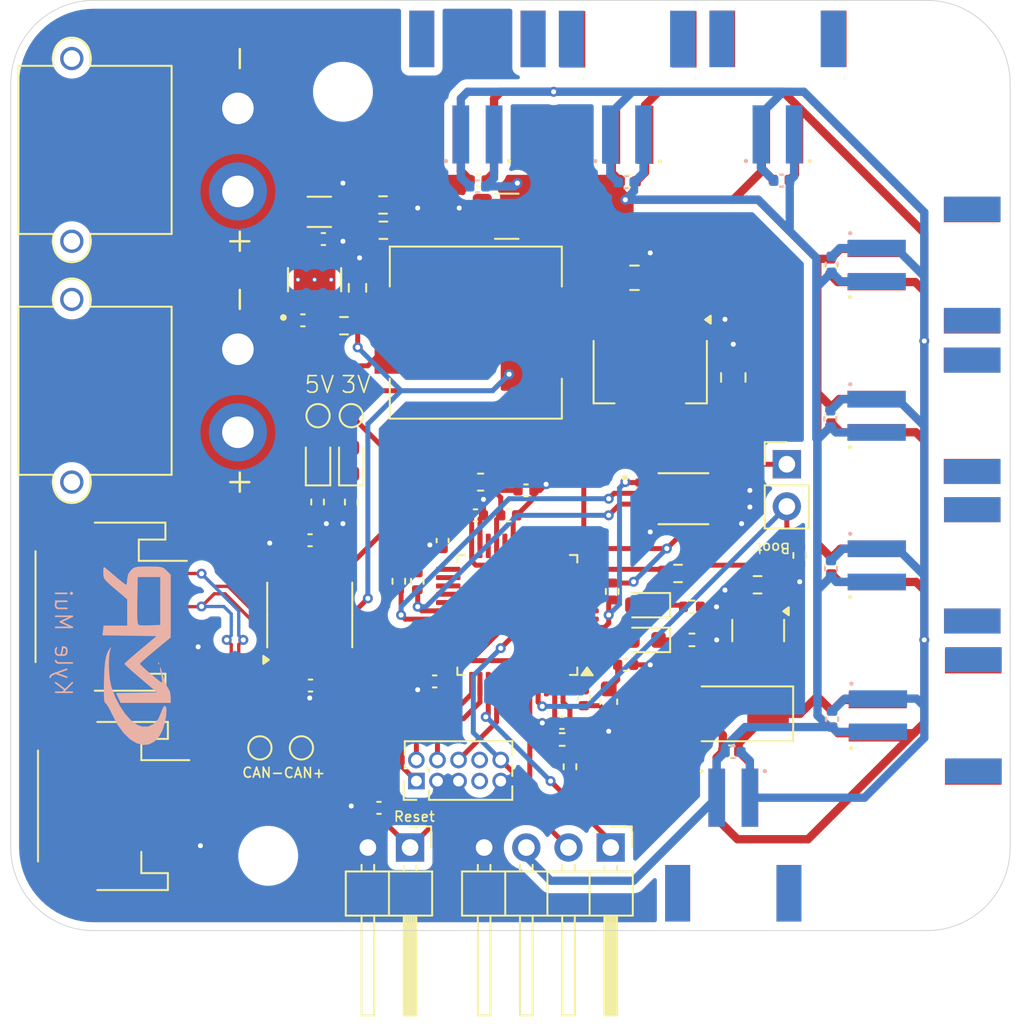
<source format=kicad_pcb>
(kicad_pcb (version 20241229) (generator "pcbnew") (generator_version "9.0")
  (layers (0 "F.Cu" signal) (2 "B.Cu" signal) (13 "F.Paste" user) (15 "B.Paste" user) (5 "F.SilkS" user "F.Silkscreen") (7 "B.SilkS" user "B.Silkscreen") (1 "F.Mask" user) (3 "B.Mask" user) (25 "Edge.Cuts" user))
  (net 0 "")
  (net 1 "+BATT")
  (net 2 "+5V")
  (net 3 "+3.3V")
  (net 4 "Net-(U2-FB)")
  (net 5 "Net-(U2-SW)")
  (net 6 "Net-(U2-BOOT)")
  (net 7 "Net-(D3-A)")
  (net 8 "+3.3VA")
  (net 9 "NREST")
  (net 10 "Net-(D1-K)")
  (net 11 "Net-(D17-K)")
  (net 12 "/MCU/LED1")
  (net 13 "/MCU/LED2")
  (net 14 "Net-(D18-K)")
  (net 16 "SWO")
  (net 18 "/MCU/SWDIO")
  (net 19 "/MCU/SWCLK")
  (net 20 "CAN-")
  (net 21 "CAN+")
  (net 22 "/MCU/BOOT0")
  (net 23 "SDA2")
  (net 24 "SCL2")
  (net 25 "Net-(Q1-G)")
  (net 26 "Fan_On")
  (net 27 "SDA1")
  (net 28 "SCL1")
  (net 29 "Alert")
  (net 52 "GND")
  (net 53 "FDCAN_TX")
  (net 54 "FDCAN_RX")
  (net 55 "Net-(D2-K)")
  (net 56 "Net-(U2-PG)")
  (net 57 "Net-(U2-RT)")
  (footprint "Resistor_SMD:R_0603_1608Metric" (layer "F.Cu") (at 121.935404 57.836492)
    (property "Reference" "R9" (hide yes))
    (property "Value" "100k")
  )
  (footprint "Capacitor_SMD:C_0402_1005Metric" (layer "F.Cu") (at 125.02 85 180)
    (property "Reference" "C12" (hide yes))
    (property "Value" "100n")
  )
  (footprint "Capacitor_SMD:C_0402_1005Metric" (layer "F.Cu") (at 148.904137 78.045627 -90)
    (property "Reference" "C30" (hide yes))
    (property "Value" "100nF")
  )
  (footprint "Resistor_SMD:R_0402_1005Metric" (layer "F.Cu") (at 140.51 80.51 180)
    (property "Reference" "R30" (hide yes))
    (property "Value" "2.2k")
  )
  (footprint "MountingHole:MountingHole_3.2mm_M3" (layer "F.Cu") (at 119.5 49.5)
    (property "Reference" "H2" (hide yes))
    (property "Value" "MountingHole")
  )
  (footprint "Capacitor_SMD:C_0402_1005Metric" (layer "F.Cu") (at 127.48 75)
    (property "Reference" "C13" (hide yes))
    (property "Value" "100n")
  )
  (footprint "S2B_PH_SM4_TB:JST_S2B-PH-SM4-TB" (layer "F.Cu") (at 136.689129 52.090217)
    (property "Reference" "J5" (hide yes))
    (property "Value" "Conn_01x02_Pin")
  )
  (footprint "Connector_PinHeader_2.54mm:PinHeader_1x02_P2.54mm_Horizontal" (layer "F.Cu") (at 123.54 95 -90)
    (property "Reference" "J1" (hide yes))
    (property "Value" "Conn_01x02_Pin")
  )
  (footprint "Capacitor_SMD:C_0402_1005Metric" (layer "F.Cu") (at 125.5 76.52 -90)
    (property "Reference" "C16" (hide yes))
    (property "Value" "1u")
  )
  (footprint "Resistor_SMD:R_0603_1608Metric" (layer "F.Cu") (at 121.913535 56.315383 180)
    (property "Reference" "R13" (hide yes))
    (property "Value" "19.1k")
  )
  (footprint "Package_SO:SOIC-8_3.9x4.9mm_P1.27mm" (layer "F.Cu") (at 117.5 81 90)
    (property "Reference" "U6" (hide yes))
    (property "Value" "TCAN1057AEV-Q1")
  )
  (footprint "Capacitor_SMD:C_0402_1005Metric" (layer "F.Cu") (at 136.676705 54.887493)
    (property "Reference" "C25" (hide yes))
    (property "Value" "100nF")
  )
  (footprint "Resistor_SMD:R_0603_1608Metric" (layer "F.Cu") (at 144.46074 79.182111 180)
    (property "Reference" "R4" (hide yes))
    (property "Value" "100k")
  )
  (footprint "Capacitor_SMD:C_0402_1005Metric" (layer "F.Cu") (at 117.547811 85.247337 180)
    (property "Reference" "C27" (hide yes))
    (property "Value" "100n")
  )
  (footprint "Connector_AMASS:AMASS_XT30PW-M_1x02_P2.50mm_Horizontal" (layer "F.Cu") (at 113.175 50.5 90)
    (property "Reference" "J23" (hide yes))
    (property "Value" "Conn_01x02_Socket")
  )
  (footprint "TMP275AIDGKR:SOP65P490X110-8N" (layer "F.Cu") (at 140 74)
    (property "Reference" "U4" (hide yes))
    (property "Value" "TMP275AIDGKR")
  )
  (footprint "Resistor_SMD:R_0402_1005Metric" (layer "F.Cu") (at 122.862073 78.971454 -90)
    (property "Reference" "R11" (hide yes))
    (property "Value" "5k")
  )
  (footprint "MountingHole:MountingHole_3.2mm_M3" (layer "F.Cu") (at 115 95.5)
    (property "Reference" "H1" (hide yes))
    (property "Value" "MountingHole")
  )
  (footprint "Capacitor_SMD:C_0402_1005Metric" (layer "F.Cu") (at 148.904137 68.959707 -90)
    (property "Reference" "C29" (hide yes))
    (property "Value" "100nF")
  )
  (footprint "Capacitor_SMD:C_0402_1005Metric" (layer "F.Cu") (at 134 85.98 -90)
    (property "Reference" "C9" (hide yes))
    (property "Value" "100n")
  )
  (footprint "Resistor_SMD:R_0402_1005Metric" (layer "F.Cu") (at 123.975436 78.971454 -90)
    (property "Reference" "R12" (hide yes))
    (property "Value" "5k")
  )
  (footprint "Connector_PinHeader_2.54mm:PinHeader_1x04_P2.54mm_Horizontal" (layer "F.Cu") (at 135.62 95 -90)
    (property "Reference" "J24" (hide yes))
    (property "Value" "Conn_01x04_Pin")
  )
  (footprint "S2B_PH_SM4_TB:JST_S2B-PH-SM4-TB" (layer "F.Cu") (at 127.596428 52.069875)
    (property "Reference" "J4" (hide yes))
    (property "Value" "Conn_01x02_Pin")
  )
  (footprint "Resistor_SMD:R_0402_1005Metric" (layer "F.Cu") (at 117.972139 74.197633 -90)
    (property "Reference" "R14" (hide yes))
    (property "Value" "2.2k")
  )
  (footprint "Capacitor_SMD:C_1210_3225Metric" (layer "F.Cu") (at 129.35986 56.993946 180)
    (property "Reference" "C4" (hide yes))
    (property "Value" "47uF")
  )
  (footprint "Capacitor_SMD:C_0402_1005Metric" (layer "F.Cu") (at 130.52 73.5)
    (property "Reference" "C14" (hide yes))
    (property "Value" "10n")
  )
  (footprint "TestPoint:TestPoint_Pad_D1.0mm" (layer "F.Cu") (at 120 69)
    (property "Reference" "TP1" (hide yes))
    (property "Value" "TestPoint" (hide yes))
  )
  (footprint "Connector_JST:JST_PH_S3B-PH-SM4-TB_1x03-1MP_P2.00mm_Horizontal" (layer "F.Cu") (at 105.5 80.5 -90)
    (property "Reference" "J19" (hide yes))
    (property "Value" "Conn_01x03_Socket")
  )
  (footprint "Resistor_SMD:R_0402_1005Metric" (layer "F.Cu") (at 135.709193 79.586178 90)
    (property "Reference" "R10" (hide yes))
    (property "Value" "5k")
  )
  (footprint "Capacitor_SMD:C_0402_1005Metric" (layer "F.Cu") (at 136.52 84)
    (property "Reference" "C11" (hide yes))
    (property "Value" "100n")
  )
  (footprint "Inductor_SMD:L_Vishay_IHLP-4040" (layer "F.Cu") (at 127.5 64)
    (property "Reference" "L1" (hide yes))
    (property "Value" "5.6uH")
  )
  (footprint "Capacitor_SMD:C_0402_1005Metric" (layer "F.Cu") (at 121.667936 92.611827 180)
    (property "Reference" "C17" (hide yes))
    (property "Value" "100n")
  )
  (footprint "Capacitor_SMD:C_0402_1005Metric" (layer "F.Cu") (at 118.321863 58.366643)
    (property "Reference" "C6" (hide yes))
    (property "Value" "100nF")
  )
  (footprint "Diode_SMD:D_SMA" (layer "F.Cu") (at 143.093475 86.949891 180)
    (property "Reference" "D3" (hide yes))
    (property "Value" "SS34")
  )
  (footprint "LMR51450SDRRR:CONV_LMR51450SDRRR" (layer "F.Cu") (at 117.791305 60.814908 90)
    (property "Reference" "U2" (hide yes))
    (property "Value" "LMR51450SDRRR")
  )
  (footprint "Connector_PinHeader_1.27mm:PinHeader_2x05_P1.27mm_Vertical" (layer "F.Cu") (at 123.92 91 90)
    (property "Reference" "J2" (hide yes))
    (property "Value" "Conn_ARM_JTAG_SWD_10")
  )
  (footprint "TestPoint:TestPoint_Pad_D1.0mm" (layer "F.Cu") (at 117 89 -90)
    (property "Reference" "TP3" (hide yes))
    (property "Value" "TestPoint")
  )
  (footprint "LED_SMD:LED_0603_1608Metric" (layer "F.Cu") (at 118 71.7125 90)
    (property "Reference" "D2" (hide yes))
    (property "Value" "RED")
  )
  (footprint "Resistor_SMD:R_0402_1005Metric" (layer "F.Cu") (at 132.695029 88.497334)
    (property "Reference" "R7" (hide yes))
    (property "Value" "5k")
  )
  (footprint "Resistor_SMD:R_0402_1005Metric" (layer "F.Cu") (at 133.168959 90.136994 90)
    (property "Reference" "R8" (hide yes))
    (property "Value" "5k")
  )
  (footprint "LED_SMD:LED_0603_1608Metric" (layer "F.Cu") (at 120 71.7125 90)
    (property "Reference" "D1" (hide yes))
    (property "Value" "RED")
  )
  (footprint "Capacitor_SMD:C_0402_1005Metric" (layer "F.Cu") (at 142.850536 89.21459 180)
    (property "Reference" "C21" (hide yes))
    (property "Value" "100nF")
  )
  (footprint "Connector_JST:JST_PH_S3B-PH-SM4-TB_1x03-1MP_P2.00mm_Horizontal" (layer "F.Cu") (at 105.65 92.5 -90)
    (property "Reference" "J20" (hide yes))
    (property "Value" "Conn_01x03_Socket")
  )
  (footprint "S2B_PH_SM4_TB:JST_S2B-PH-SM4-TB" (layer "F.Cu") (at 151.695613 87.117352 -90)
    (property "Reference" "J10" (hide yes))
    (property "Value" "Conn_01x02_Pin")
  )
  (footprint "Capacitor_SMD:C_0402_1005Metric" (layer "F.Cu") (at 148.940799 87.268625 -90)
    (property "Reference" "C26" (hide yes))
    (property "Value" "100nF")
  )
  (footprint "LED_SMD:LED_0603_1608Metric" (layer "F.Cu") (at 137.7125 82.5 180)
    (property "Reference" "D17" (hide yes))
    (property "Value" "BLUE")
  )
  (footprint "Inductor_SMD:L_0603_1608Metric" (layer "F.Cu") (at 127.7875 73 180)
    (property "Reference" "FB1" (hide yes))
    (property "Value" "120R")
  )
  (footprint "Capacitor_SMD:C_0402_1005Metric" (layer "F.Cu") (at 145.889592 54.812905)
    (property "Reference" "C22" (hide yes))
    (property "Value" "100nF")
  )
  (footprint "Capacitor_SMD:C_0603_1608Metric" (layer "F.Cu") (at 135.5 86.225 -90)
    (property "Reference" "C8" (hide yes))
    (property "Value" "10u")
  )
  (footprint "Resistor_SMD:R_0603_1608Metric" (layer "F.Cu") (at 139.675 78.5)
    (property "Reference" "R5" (hide yes))
    (property "Value" "220")
  )
  (footprint "TestPoint:TestPoint_Pad_D1.0mm" (layer "F.Cu") (at 114.5 89 -90)
    (property "Reference" "TP4" (hide yes))
    (property "Value" "TestPoint")
  )
  (footprint "Capacitor_SMD:C_0402_1005Metric" (layer "F.Cu") (at 129.48 75)
    (property "Reference" "C15" (hide yes))
    (property "Value" "1u")
  )
  (footprint "Package_TO_SOT_SMD:SOT-23" (layer "F.Cu") (at 144.5 81.9375 -90)
    (property "Reference" "Q1" (hide yes))
    (property "Value" "AO3400A")
  )
  (footprint "Connector_PinHeader_2.54mm:PinHeader_1x02_P2.54mm_Vertical" (layer "F.Cu") (at 146.224908 71.924638)
    (property "Reference" "J21" (hide yes))
    (property "Value" "Conn_01x02_Pin")
  )
  (footprint "LED_SMD:LED_0603_1608Metric" (layer "F.Cu") (at 137.7125 80.41 180)
    (property "Reference" "D18" (hide yes))
    (property "Value" "BLUE")
  )
  (footprint "Resistor_SMD:R_0402_1005Metric" (layer "F.Cu") (at 120 74.2025 -90)
    (property "Reference" "R1" (hide yes))
    (property "Value" "2.2k")
  )
  (footprint "Resistor_SMD:R_0402_1005Metric" (layer "F.Cu") (at 147 77.414638 -90)
    (property "Reference" "R6" (hide yes))
    (property "Value" "10k")
  )
  (footprint "Capacitor_SMD:C_0805_2012Metric" (layer "F.Cu") (at 143 66.7 90)
    (property "Reference" "C2" (hide yes))
    (property "Value" "22u")
  )
  (footprint "MountingHole:MountingHole_3.2mm_M3" (layer "F.Cu") (at 154.5 95.5)
    (property "Reference" "H3" (hide yes))
    (property "Value" "MountingHole")
  )
  (footprint "S2B_PH_SM4_TB:JST_S2B-PH-SM4-TB" (layer "F.Cu") (at 151.620188 69 -90)
    (property "Reference" "J13" (hide yes))
    (property "Value" "Conn_01x02_Pin")
  )
  (footprint "Resistor_SMD:R_0603_1608Metric" (layer "F.Cu") (at 120.373975 61.305089 -90)
    (property "Reference" "R3" (hide yes))
    (property "Value" "30.9k")
  )
  (footprint "Package_TO_SOT_SMD:SOT-223-3_TabPin2" (layer "F.Cu") (at 138 66.35 -90)
    (property "Reference" "U1" (hide yes))
    (property "Value" "AMS1117-3.3")
  )
  (footprint "Capacitor_SMD:C_0402_1005Metric" (layer "F.Cu") (at 117.52 76.5 180)
    (property "Reference" "C28" (hide yes))
    (property "Value" "100n")
  )
  (footprint "Capacitor_SMD:C_0402_1005Metric" (layer "F.Cu") (at 132.685029 87.497334 180)
    (property "Reference" "C10" (hide yes))
    (property "Value" "100n")
  )
  (footprint "S2B_PH_SM4_TB:JST_S2B-PH-SM4-TB" (layer "F.Cu") (at 145.715217 52.069875)
    (property "Reference" "J8" (hide yes))
    (property "Value" "Conn_01x02_Pin")
  )
  (footprint "Capacitor_SMD:C_0402_1005Metric" (layer "F.Cu") (at 148.849893 60.039357 -90)
    (property "Reference" "C34" (hide yes))
    (property "Value" "100nF")
  )
  (footprint "Capacitor_SMD:C_0402_1005Metric" (layer "F.Cu") (at 117.088567 63.260807 180)
    (property "Reference" "C3" (hide yes))
    (property "Value" "100nF")
  )
  (footprint "Package_QFP:LQFP-48_7x7mm_P0.5mm" (layer "F.Cu") (at 130 81 180)
    (property "Reference" "U3" (hide yes))
    (property "Value" "STM32G431CBT6")
  )
  (footprint "Capacitor_SMD:C_1206_3216Metric" (layer "F.Cu") (at 118.077972 56.728711)
    (property "Reference" "C5" (hide yes))
    (property "Value" "4.7uF")
  )
  (footprint "S2B_PH_SM4_TB:JST_S2B-PH-SM4-TB" (layer "F.Cu") (at 151.640529 78.011334 -90)
    (property "Reference" "J14" (hide yes))
    (property "Value" "Conn_01x02_Pin")
  )
  (footprint "Connector_AMASS:AMASS_XT30PW-M_1x02_P2.50mm_Horizontal" (layer "F.Cu") (at 113.175 65 90)
    (property "Reference" "J22" (hide yes))
    (property "Value" "Conn_01x02_Socket")
  )
  (footprint "Resistor_SMD:R_0603_1608Metric" (layer "F.Cu") (at 119.562313 63.584864)
    (property "Reference" "R2" (hide yes))
    (property "Value" "100k")
  )
  (footprint "S2B_PH_SM4_TB:JST_S2B-PH-SM4-TB" (layer "F.Cu") (at 143 92 180)
    (property "Reference" "J3" (hide yes))
    (property "Value" "Conn_01x02_Pin")
  )
  (footprint "Capacitor_SMD:C_0805_2012Metric" (layer "F.Cu") (at 137.05 60.7)
    (property "Reference" "C1" (hide yes))
    (property "Value" "22u")
  )
  (footprint "Capacitor_SMD:C_0402_1005Metric" (layer "F.Cu") (at 127.640723 54.83752)
    (property "Reference" "C7" (hide yes))
    (property "Value" "100nF")
  )
  (footprint "MountingHole:MountingHole_3.2mm_M3" (layer "F.Cu") (at 155 48.5)
    (property "Reference" "H4" (hide yes))
    (property "Value" "MountingHole")
  )
  (footprint "TestPoint:TestPoint_Pad_D1.0mm" (layer "F.Cu") (at 118 69)
    (property "Reference" "TP2" (hide yes))
    (property "Value" "TestPoint" (hide yes))
  )
  (footprint "Resistor_SMD:R_0402_1005Metric" (layer "F.Cu") (at 140.51 82.5 180)
    (property "Reference" "R29" (hide yes))
    (property "Value" "2.2k")
  )
  (footprint "S2B_PH_SM4_TB:JST_S2B-PH-SM4-TB" (layer "F.Cu") (at 151.625 59.955125 -90)
    (property "Reference" "J12" (hide yes))
    (property "Value" "Conn_01x02_Pin")
  )
  (footprint "Capacitor_SMD:C_0402_1005Metric" (layer "B.Cu") (at 148.922669 59.884973 90)
    (property "Reference" "C19" (hide yes))
    (property "Value" "100nF")
  )
  (footprint "S2B_PH_SM4_TB:JST_S2B-PH-SM4-TB" (layer "B.Cu") (at 143 92)
    (property "Reference" "J18" (hide yes))
    (property "Value" "Conn_01x02_Pin")
  )
  (footprint "Capacitor_SMD:C_0402_1005Metric" (layer "B.Cu") (at 148.841303 69.190706 90)
    (property "Reference" "C23" (hide yes))
    (property "Value" "100nF")
  )
  (footprint "Capacitor_SMD:C_0402_1005Metric" (layer "B.Cu") (at 145.919475 54.858109 180)
    (property "Reference" "C32" (hide yes))
    (property "Value" "100nF")
  )
  (footprint "Servo_Board:CMR_Logo" (layer "B.Cu") (at 106 83.5 90)
    (property "Reference" "G***" (hide yes))
    (property "Value" "LOGO" (hide yes))
  )
  (footprint "S2B_PH_SM4_TB:JST_S2B-PH-SM4-TB" (layer "B.Cu") (at 151.640529 78.011334 90)
    (property "Reference" "J15" (hide yes))
    (property "Value" "Conn_01x02_Pin")
  )
  (footprint "Capacitor_SMD:C_0402_1005Metric" (layer "B.Cu") (at 136.547547 54.947514 180)
    (property "Reference" "C31" (hide yes))
    (property "Value" "100nF")
  )
  (footprint "Capacitor_SMD:C_0402_1005Metric" (layer "B.Cu") (at 142.988281 89.252898)
    (property "Reference" "C20" (hide yes))
    (property "Value" "100nF")
  )
  (footprint "S2B_PH_SM4_TB:JST_S2B-PH-SM4-TB" (layer "B.Cu") (at 151.713937 87.033968 90)
    (property "Reference" "J11" (hide yes))
    (property "Value" "Conn_01x02_Pin")
  )
  (footprint "S2B_PH_SM4_TB:JST_S2B-PH-SM4-TB" (layer "B.Cu") (at 136.596428 52.069875 180)
    (property "Reference" "J6" (hide yes))
    (property "Value" "Conn_01x02_Pin")
  )
  (footprint "Capacitor_SMD:C_0402_1005Metric" (layer "B.Cu") (at 127.616428 55.194875 180)
    (property "Reference" "C18" (hide yes))
    (property "Value" "100nF")
  )
  (footprint "S2B_PH_SM4_TB:JST_S2B-PH-SM4-TB" (layer "B.Cu") (at 151.640529 59.911334 90)
    (property "Reference" "J17" (hide yes))
    (property "Value" "Conn_01x02_Pin")
  )
  (footprint "S2B_PH_SM4_TB:JST_S2B-PH-SM4-TB" (layer "B.Cu") (at 127.596428 52.069875 180)
    (property "Reference" "J7" (hide yes))
    (property "Value" "Conn_01x02_Pin")
  )
  (footprint "S2B_PH_SM4_TB:JST_S2B-PH-SM4-TB" (layer "B.Cu") (at 151.640529 69.011334 90)
    (property "Reference" "J16" (hide yes))
    (property "Value" "Conn_01x02_Pin")
  )
  (footprint "S2B_PH_SM4_TB:JST_S2B-PH-SM4-TB" (layer "B.Cu") (at 145.661699 52.065371 180)
    (property "Reference" "J9" (hide yes))
    (property "Value" "Conn_01x02_Pin")
  )
  (footprint "Capacitor_SMD:C_0402_1005Metric" (layer "B.Cu") (at 148.960882 87.269185 90)
    (property "Reference" "C33" (hide yes))
    (property "Value" "100nF")
  )
  (footprint "Capacitor_SMD:C_0402_1005Metric" (layer "B.Cu") (at 148.881986 78.208821 90)
    (property "Reference" "C24" (hide yes))
    (property "Value" "100nF")
  )
  (gr_arc (start 159.668507 95) (mid 158.204041 98.535534) (end 154.668507 100) (stroke (width 0.05)) (layer "Edge.Cuts"))
  (gr_arc (start 154.668507 44) (mid 158.204036 45.464469) (end 159.668507 49) (stroke (width 0.05)) (layer "Edge.Cuts"))
  (gr_arc (start 99.5 49) (mid 100.964466 45.464466) (end 104.5 44) (stroke (width 0.05)) (layer "Edge.Cuts"))
  (gr_line (start 154.668507 100) (end 104.5 100) (stroke (width 0.05)) (layer "Edge.Cuts"))
  (gr_line (start 104.5 44) (end 154.668507 44) (stroke (width 0.05)) (layer "Edge.Cuts"))
  (gr_line (start 99.5 95) (end 99.5 49) (stroke (width 0.05)) (layer "Edge.Cuts"))
  (gr_arc (start 104.5 100) (mid 100.964466 98.535534) (end 99.5 95) (stroke (width 0.05)) (layer "Edge.Cuts"))
  (gr_line (start 159.668507 49) (end 159.668507 95) (stroke (width 0.05)) (layer "Edge.Cuts"))
  (gr_text "CAN-" (at 113.376794 90.84284 0) (layer "F.SilkS") (effects (font (size 0.6 0.6) (thickness 0.1)) (justify left bottom)))
  (gr_text "5V" (at 117.112886 67.712623 0) (layer "F.SilkS") (effects (font (size 1 1) (thickness 0.1)) (justify left bottom)))
  (gr_text "Boot\n" (at 146.488435 76.613628 180) (layer "F.SilkS") (effects (font (size 0.6 0.6) (thickness 0.1)) (justify left bottom)))
  (gr_text "CAN+\n" (at 115.872643 90.855147 0) (layer "F.SilkS") (effects (font (size 0.6 0.6) (thickness 0.1) (bold yes)) (justify left bottom)))
  (gr_text "3V" (at 119.314182 67.712623 0) (layer "F.SilkS") (effects (font (size 1 1) (thickness 0.1)) (justify left bottom)))
  (gr_text "Reset" (at 122.503202 93.491638 0) (layer "F.SilkS") (effects (font (size 0.6 0.6) (thickness 0.1)) (justify left bottom)))
  (gr_text "Kyle Mui" (at 102.075537 85.953555 270) (layer "B.SilkS") (effects (font (size 1 1) (thickness 0.1)) (justify left bottom mirror)))
  (segment (start 118.041305 59.424908) (end 117.541305 59.424908) (width 0.2) (layer "F.Cu") (net 1))
  (segment (start 151.695613 86.117352) (end 149.612072 86.117352) (width 0.5) (layer "F.Cu") (net 2))
  (segment (start 126.596428 54.273225) (end 127.160723 54.83752) (width 0.5) (layer "F.Cu") (net 2))
  (segment (start 130.54 95) (end 130.54 95.54) (width 0.5) (layer "F.Cu") (net 2))
  (segment (start 144.715217 52.069875) (end 144.715217 54.284783) (width 0.5) (layer "F.Cu") (net 2))
  (segment (start 143 56) (end 136.5 56) (width 0.5) (layer "F.Cu") (net 2))
  (segment (start 148.059357 59.559357) (end 144.5 56) (width 0.5) (layer "F.Cu") (net 2))
  (segment (start 126.596428 52.069875) (end 126.596428 54.273225) (width 0.5) (layer "F.Cu") (net 2))
  (segment (start 135.689129 54.379917) (end 136.196705 54.887493) (width 0.5) (layer "F.Cu") (net 2))
  (segment (start 148.904137 68.479707) (end 148.059357 67.634927) (width 0.5) (layer "F.Cu") (net 2))
  (segment (start 118.135 85.140148) (end 118.027811 85.247337) (width 0.3) (layer "F.Cu") (net 2))
  (segment (start 118.135 83.475) (end 118.135 85.140148) (width 0.3) (layer "F.Cu") (net 2))
  (segment (start 149.383844 68) (end 148.904137 68.479707) (width 0.5) (layer "F.Cu") (net 2))
  (segment (start 147.016649 86.949891) (end 148.059357 85.907183) (width 0.5) (layer "F.Cu") (net 2))
  (segment (start 149.454125 58.955125) (end 148.849893 59.559357) (width 0.5) (layer "F.Cu") (net 2))
  (segment (start 118.135 83.475) (end 118.135 82.865) (width 0.3) (layer "F.Cu") (net 2))
  (segment (start 144 92) (end 144 89.884054) (width 0.5) (layer "F.Cu") (net 2))
  (segment (start 144.715217 54.284783) (end 143 56) (width 0.5) (layer "F.Cu") (net 2))
  (segment (start 119.5 67.5) (end 118 69) (width 0.3) (layer "F.Cu") (net 2))
  (segment (start 151.620188 68) (end 149.383844 68) (width 0.5) (layer "F.Cu") (net 2))
  (segment (start 148.059357 67.634927) (end 148.059357 59.559357) (width 0.5) (layer "F.Cu") (net 2))
  (segment (start 120.387313 63.584864) (end 120.387313 64.887313) (width 0.3) (layer "F.Cu") (net 2))
  (segment (start 149.45843 77.011334) (end 148.904137 77.565627) (width 0.5) (layer "F.Cu") (net 2))
  (segment (start 148.904137 77.565627) (end 148.059357 76.720847) (width 0.5) (layer "F.Cu") (net 2))
  (segment (start 148.940799 86.788625) (end 148.059357 85.907183) (width 0.5) (layer "F.Cu") (net 2))
  (segment (start 148.059357 85.907183) (end 148.059357 76.720847) (width 0.5) (layer "F.Cu") (net 2))
  (segment (start 144 89.884054) (end 143.330536 89.21459) (width 0.5) (layer "F.Cu") (net 2))
  (segment (start 122.760404 57.836492) (end 125.5 57.836492) (width 0.3) (layer "F.Cu") (net 2))
  (segment (start 144.5 56) (end 143 56) (width 0.5) (layer "F.Cu") (net 2))
  (segment (start 145.093475 86.949891) (end 147.016649 86.949891) (width 0.5) (layer "F.Cu") (net 2))
  (segment (start 118 70.925) (end 118 69) (width 0.3) (layer "F.Cu") (net 2))
  (segment (start 129.50375 66.50375) (end 128.5075 67.5) (width 0.3) (layer "F.Cu") (net 2))
  (segment (start 151.640529 77.011334) (end 149.45843 77.011334) (width 0.5) (layer "F.Cu") (net 2))
  (segment (start 144.715217 52.069875) (end 144.715217 54.11853) (width 0.5) (layer "F.Cu") (net 2))
  (segment (start 128.5075 67.5) (end 119.5 67.5) (width 0.3) (layer "F.Cu") (net 2))
  (segment (start 143.330536 88.71283) (end 145.093475 86.949891) (width 0.5) (layer "F.Cu") (net 2))
  (segment (start 151.625 58.955125) (end 149.454125 58.955125) (width 0.5) (layer "F.Cu") (net 2))
  (segment (start 148.849893 59.559357) (end 148.059357 59.559357) (width 0.5) (layer "F.Cu") (net 2))
  (segment (start 149.612072 86.117352) (end 148.940799 86.788625) (width 0.5) (layer "F.Cu") (net 2))
  (segment (start 148.059357 76.720847) (end 148.059357 67.634927) (width 0.5) (layer "F.Cu") (net 2))
  (segment (start 118.135 82.865) (end 121 80) (width 0.3) (layer "F.Cu") (net 2))
  (segment (start 127.160723 54.83752) (end 127.100405 54.83752) (width 0.5) (layer "F.Cu") (net 2))
  (segment (start 143.330536 89.21459) (end 143.330536 88.71283) (width 0.5) (layer "F.Cu") (net 2))
  (segment (start 135.689129 52.090217) (end 135.689129 54.379917) (width 0.5) (layer "F.Cu") (net 2))
  (segment (start 144.715217 54.11853) (end 145.409592 54.812905) (width 0.5) (layer "F.Cu") (net 2))
  (via (at 136.5 56) (size 0.6) (drill 0.3) (layers "F.Cu" "B.Cu") (net 2))
  (via (at 130 55) (size 0.6) (drill 0.3) (layers "F.Cu" "B.Cu") (net 2))
  (via (at 120.387313 64.887313) (size 0.6) (drill 0.3) (layers "F.Cu" "B.Cu") (net 2))
  (via (at 129.50375 66.50375) (size 0.6) (drill 0.3) (layers "F.Cu" "B.Cu") (net 2))
  (via (at 121 80) (size 0.6) (drill 0.3) (layers "F.Cu" "B.Cu") (net 2))
  (segment (start 146.661699 52.065371) (end 146.661699 54.595885) (width 0.5) (layer "B.Cu") (net 2))
  (segment (start 137.027547 55.472453) (end 136.5 56) (width 0.5) (layer "B.Cu") (net 2))
  (segment (start 128.596428 52.069875) (end 128.596428 54.694875) (width 0.5) (layer "B.Cu") (net 2))
  (segment (start 143.701995 87.749185) (end 148.960882 87.749185) (width 0.5) (layer "B.Cu") (net 2))
  (segment (start 149.46903 60.911334) (end 148.922669 60.364973) (width 0.5) (layer "B.Cu") (net 2))
  (segment (start 148 59.5) (end 146.399475 57.899475) (width 0.5) (layer "B.Cu") (net 2))
  (segment (start 129.50375 66.50375) (end 128.5075 67.5) (width 0.3) (layer "B.Cu") (net 2))
  (segment (start 148 70.367359) (end 148 61.287642) (width 0.5) (layer "B.Cu") (net 2))
  (segment (start 148.072325 70.439684) (end 148.841303 69.670706) (width 0.5) (layer "B.Cu") (net 2))
  (segment (start 148.072325 70.439684) (end 148 70.367359) (width 0.5) (layer "B.Cu") (net 2))
  (segment (start 148.072325 87.05031) (end 148.072325 79.498482) (width 0.5) (layer "B.Cu") (net 2))
  (segment (start 151.713937 88.033968) (end 149.245665 88.033968) (width 0.5) (layer "B.Cu") (net 2))
  (segment (start 148.960882 87.749185) (end 148.7712 87.749185) (width 0.5) (layer "B.Cu") (net 2))
  (segment (start 144.5 56) (end 136.5 56) (width 0.5) (layer "B.Cu") (net 2))
  (segment (start 148.7712 87.749185) (end 148.072325 87.05031) (width 0.5) (layer "B.Cu") (net 2))
  (segment (start 137.596428 52.069875) (end 137.596428 54.378633) (width 0.5) (layer "B.Cu") (net 2))
  (segment (start 123 67.5) (end 120.387313 64.887313) (width 0.3) (layer "B.Cu") (net 2))
  (segment (start 128.596428 54.694875) (end 128.096428 55.194875) (width 0.5) (layer "B.Cu") (net 2))
  (segment (start 142.508281 88.942899) (end 143.701995 87.749185) (width 0.5) (layer "B.Cu") (net 2))
  (segment (start 128.5075 67.5) (end 123 67.5) (width 0.3) (layer "B.Cu") (net 2))
  (segment (start 149.204499 79.011334) (end 148.881986 78.688821) (width 0.5) (layer "B.Cu") (net 2))
  (segment (start 149.245665 88.033968) (end 148.960882 87.749185) (width 0.5) (layer "B.Cu") (net 2))
  (segment (start 148 61.287642) (end 148.922669 60.364973) (width 0.5) (layer "B.Cu") (net 2))
  (segment (start 151.640529 60.911334) (end 149.46903 60.911334) (width 0.5) (layer "B.Cu") (net 2))
  (segment (start 137.027547 54.947514) (end 137.027547 55.472453) (width 0.5) (layer "B.Cu") (net 2))
  (segment (start 137 97) (end 142 92) (width 0.5) (layer "B.Cu") (net 2))
  (segment (start 148.072325 79.498482) (end 148.072325 70.439684) (width 0.5) (layer "B.Cu") (net 2))
  (segment (start 142 89.761179) (end 142.508281 89.252898) (width 0.5) (layer "B.Cu") (net 2))
  (segment (start 137.596428 54.378633) (end 137.027547 54.947514) (width 0.5) (layer "B.Cu") (net 2))
  (segment (start 148.072325 79.498482) (end 148.881986 78.688821) (width 0.5) (layer "B.Cu") (net 2))
  (segment (start 121 69.5) (end 123 67.5) (width 0.3) (layer "B.Cu") (net 2))
  (segment (start 121 69.5) (end 121 80) (width 0.3) (layer "B.Cu") (net 2))
  (segment (start 151.640529 79.011334) (end 149.204499 79.011334) (width 0.5) (layer "B.Cu") (net 2))
  (segment (start 130.54 95.54) (end 132 97) (width 0.5) (layer "B.Cu") (net 2))
  (segment (start 128.096428 55.194875) (end 129.805125 55.194875) (width 0.5) (layer "B.Cu") (net 2))
  (segment (start 142.508281 89.252898) (end 142.508281 88.942899) (width 0.5) (layer "B.Cu") (net 2))
  (segment (start 146.399475 57.899475) (end 144.5 56) (width 0.5) (layer "B.Cu") (net 2))
  (segment (start 148 61.287642) (end 148 59.5) (width 0.5) (layer "B.Cu") (net 2))
  (segment (start 132 97) (end 137 97) (width 0.5) (layer "B.Cu") (net 2))
  (segment (start 146.661699 54.595885) (end 146.399475 54.858109) (width 0.5) (layer "B.Cu") (net 2))
  (segment (start 142 92) (end 142 89.761179) (width 0.5) (layer "B.Cu") (net 2))
  (segment (start 146.399475 57.899475) (end 146.399475 54.858109) (width 0.5) (layer "B.Cu") (net 2))
  (segment (start 129.805125 55.194875) (end 130 55) (width 0.5) (layer "B.Cu") (net 2))
  (segment (start 151.640529 70.011334) (end 149.181931 70.011334) (width 0.5) (layer "B.Cu") (net 2))
  (segment (start 149.181931 70.011334) (end 148.841303 69.670706) (width 0.5) (layer "B.Cu") (net 2))
  (segment (start 136.923822 79.076178) (end 135.709193 79.076178) (width 0.3) (layer "F.Cu") (net 3))
  (segment (start 141.362096 73.025) (end 142.15 73.025) (width 0.3) (layer "F.Cu") (net 3))
  (segment (start 129.25 76.8375) (end 129.25 77.75) (width 0.3) (layer "F.Cu") (net 3))
  (segment (start 119.405 78.525) (end 122.862073 75.067927) (width 0.3) (layer "F.Cu") (net 3))
  (segment (start 129 78) (end 127.5 78) (width 0.3) (layer "F.Cu") (net 3))
  (segment (start 134.070466 77) (end 134 76.929534) (width 0.3) (layer "F.Cu") (net 3))
  (segment (start 120 69) (end 120 70.925) (width 0.3) (layer "F.Cu") (net 3))
  (segment (start 127.25 76.8375) (end 127.25 75.25) (width 0.3) (layer "F.Cu") (net 3))
  (segment (start 132.75 85.1625) (end 133.6625 85.1625) (width 0.3) (layer "F.Cu") (net 3))
  (segment (start 139.85 67.65) (end 138 69.5) (width 0.3) (layer "F.Cu") (net 3))
  (segment (start 125.5 76.04) (end 125.96 76.04) (width 0.3) (layer "F.Cu") (net 3))
  (segment (start 133.205029 89.590924) (end 133.168959 89.626994) (width 0.3) (layer "F.Cu") (net 3))
  (segment (start 125.8375 83.75) (end 125.8375 84.6625) (width 0.3) (layer "F.Cu") (net 3))
  (segment (start 134 72.301104) (end 135.5 70.801104) (width 0.3) (layer "F.Cu") (net 3))
  (segment (start 125.5 85) (end 125.5 85.309999) (width 0.3) (layer "F.Cu") (net 3))
  (segment (start 127.25 77.75) (end 127.5 78) (width 0.3) (layer "F.Cu") (net 3))
  (segment (start 122.862073 78.461454) (end 122.862073 75.067927) (width 0.3) (layer "F.Cu") (net 3))
  (segment (start 118 76.5) (end 119.405 77.905) (width 0.3) (layer "F.Cu") (net 3))
  (segment (start 132.75 86.25) (end 133.165029 86.665029) (width 0.3) (layer "F.Cu") (net 3))
  (segment (start 140.5 73.887096) (end 141.362096 73.025) (width 0.3) (layer "F.Cu") (net 3))
  (segment (start 137 79) (end 136.923822 79.076178) (width 0.3) (layer "F.Cu") (net 3))
  (segment (start 125.8375 83.75) (end 127 83.75) (width 0.3) (layer "F.Cu") (net 3))
  (segment (start 143 67.65) (end 139.85 67.65) (width 0.3) (layer "F.Cu") (net 3))
  (segment (start 127 83.75) (end 133.25 83.75) (width 0.3) (layer "F.Cu") (net 3))
  (segment (start 123.975436 73.954564) (end 127.13 70.8) (width 0.3) (layer "F.Cu") (net 3))
  (segment (start 127.501104 70.801104) (end 127.5 70.8) (width 0.3) (layer "F.Cu") (net 3))
  (segment (start 133.205029 88.497334) (end 133.205029 89.590924) (width 0.3) (layer "F.Cu") (net 3))
  (segment (start 133.6625 85.1625) (end 134 85.5) (width 0.3) (layer "F.Cu") (net 3))
  (segment (start 135.79 83.75) (end 136.04 84) (width 0.3) (layer "F.Cu") (net 3))
  (segment (start 123.069 90.149) (end 123.92 91) (width 0.3) (layer "F.Cu") (net 3))
  (segment (start 121.798666 70.798666) (end 127.498666 70.798666) (width 0.3) (layer "F.Cu") (net 3))
  (segment (start 132.929534 78) (end 129 78) (width 0.3) (layer "F.Cu") (net 3))
  (segment (start 132.75 84.25) (end 133.25 83.75) (width 0.3) (layer "F.Cu") (net 3))
  (segment (start 134.1625 83.75) (end 135.79 83.75) (width 0.3) (layer "F.Cu") (net 3))
  (segment (start 120 69) (end 121.798666 70.798666) (width 0.3) (layer "F.Cu") (net 3))
  (segment (start 143.475 73.025) (end 144.575362 71.924638) (width 0.3) (layer "F.Cu") (net 3))
  (segment (start 138 69.5) (end 136.698896 70.801104) (width 0.3) (layer "F.Cu") (net 3))
  (segment (start 122.862073 75.067927) (end 123.975436 73.954564) (width 0.3) (layer "F.Cu") (net 3))
  (segment (start 127.179534 83.75) (end 132.964767 77.964767) (width 0.3) (layer "F.Cu") (net 3))
  (segment (start 127.25 76.8375) (end 127.25 77.75) (width 0.3) (layer "F.Cu") (net 3))
  (segment (start 133.165029 87.497334) (end 133.165029 88.457334) (width 0.3) (layer "F.Cu") (net 3))
  (segment (start 139 77) (end 140.5 75.5) (width 0.3) (layer "F.Cu") (net 3))
  (segment (start 134 76.929534) (end 132.964767 77.964767) (width 0.3) (layer "F.Cu") (net 3))
  (segment (start 123.069 87.740999) (end 123.069 90.149) (width 0.3) (layer "F.Cu") (net 3))
  (segment (start 133.165029 86.665029) (end 133.165029 87.497334) (width 0.3) (layer "F.Cu") (net 3))
  (segment (start 132.75 85.1625) (end 132.75 84.25) (width 0.3) (layer "F.Cu") (net 3))
  (segment (start 125.8375 84.6625) (end 125.5 85) (width 0.3) (layer "F.Cu") (net 3))
  (segment (start 125.5 85.309999) (end 123.069 87.740999) (width 0.3) (layer "F.Cu") (net 3))
  (segment (start 119.405 77.905) (end 119.405 78.525) (width 0.3) (layer "F.Cu") (net 3))
  (segment (start 139 77) (end 134.070466 77) (width 0.3) (layer "F.Cu") (net 3))
  (segment (start 136.04 84) (end 136.04 84.91) (width 0.3) (layer "F.Cu") (net 3))
  (segment (start 127 83.75) (end 127.179534 83.75) (width 0.3) (layer "F.Cu") (net 3))
  (segment (start 136.04 84.91) (end 135.5 85.45) (width 0.3) (layer "F.Cu") (net 3))
  (segment (start 127.498666 70.798666) (end 127.5 70.8) (width 0.3) (layer "F.Cu") (net 3))
  (segment (start 132.75 85.1625) (end 132.75 86.25) (width 0.3) (layer "F.Cu") (net 3))
  (segment (start 129.25 77.75) (end 129 78) (width 0.3) (layer "F.Cu") (net 3))
  (segment (start 144.575362 71.924638) (end 146.224908 71.924638) (width 0.3) (layer "F.Cu") (net 3))
  (segment (start 127 73.5) (end 127 75) (width 0.3) (layer "F.Cu") (net 3))
  (segment (start 142.15 73.025) (end 143.475 73.025) (width 0.3) (layer "F.Cu") (net 3))
  (segment (start 138 63.2) (end 138 69.5) (width 0.5) (layer "F.Cu") (net 3))
  (segment (start 133.165029 88.457334) (end 133.205029 88.497334) (width 0.3) (layer "F.Cu") (net 3))
  (segment (start 123.975436 78.461454) (end 123.975436 73.954564) (width 0.3) (layer "F.Cu") (net 3))
  (segment (start 125.96 76.04) (end 127 75) (width 0.3) (layer "F.Cu") (net 3))
  (segment (start 140.5 75.5) (end 140.5 73.887096) (width 0.3) (layer "F.Cu") (net 3))
  (segment (start 133.25 83.75) (end 134.1625 83.75) (width 0.3) (layer "F.Cu") (net 3))
  (segment (start 132.964767 77.964767) (end 132.929534 78) (width 0.3) (layer "F.Cu") (net 3))
  (segment (start 127.25 75.25) (end 127 75) (width 0.3) (layer "F.Cu") (net 3))
  (segment (start 136.698896 70.801104) (end 135.5 70.801104) (width 0.3) (layer "F.Cu") (net 3))
  (segment (start 134 76.929534) (end 134 72.301104) (width 0.3) (layer "F.Cu") (net 3))
  (segment (start 135.5 70.801104) (end 127.501104 70.801104) (width 0.3) (layer "F.Cu") (net 3))
  (via (at 139 77) (size 0.6) (drill 0.3) (layers "F.Cu" "B.Cu") (net 3))
  (via (at 137 79) (size 0.6) (drill 0.3) (layers "F.Cu" "B.Cu") (net 3))
  (segment (start 139 77) (end 137 79) (width 0.3) (layer "B.Cu") (net 3))
  (segment (start 119.521988 59.424908) (end 121.110404 57.836492) (width 0.3) (layer "F.Cu") (net 4))
  (segment (start 119.041305 59.424908) (end 119.521988 59.424908) (width 0.3) (layer "F.Cu") (net 4))
  (segment (start 121.088535 57.814623) (end 121.110404 57.836492) (width 0.3) (layer "F.Cu") (net 4))
  (segment (start 121.088535 56.315383) (end 121.088535 57.814623) (width 0.3) (layer "F.Cu") (net 4))
  (segment (start 116.541305 63.193545) (end 116.608567 63.260807) (width 0.3) (layer "F.Cu") (net 5))
  (segment (start 116.608567 63.570806) (end 116.608567 63.260807) (width 0.3) (layer "F.Cu") (net 5))
  (segment (start 116.541305 62.204908) (end 116.541305 63.193545) (width 0.3) (layer "F.Cu") (net 5))
  (segment (start 122.9925 64) (end 120.9925 66) (width 0.3) (layer "F.Cu") (net 5))
  (segment (start 119.037761 66) (end 116.608567 63.570806) (width 0.3) (layer "F.Cu") (net 5))
  (segment (start 120.9925 66) (end 119.037761 66) (width 0.3) (layer "F.Cu") (net 5))
  (segment (start 116.541305 62.204908) (end 117.541305 62.204908) (width 0.3) (layer "F.Cu") (net 5))
  (segment (start 118.041305 62.204908) (end 118.041305 62.788069) (width 0.2) (layer "F.Cu") (net 6))
  (segment (start 118.041305 62.788069) (end 117.568567 63.260807) (width 0.2) (layer "F.Cu") (net 6))
  (segment (start 151.625 60.955125) (end 149.285661 60.955125) (width 0.5) (layer "F.Cu") (net 7))
  (segment (start 146.715217 52.069875) (end 146.715217 50.215217) (width 0.5) (layer "F.Cu") (net 7))
  (segment (start 149.389844 79.011334) (end 148.904137 78.525627) (width 0.5) (layer "F.Cu") (net 7))
  (segment (start 154.5 61.5) (end 154.5 58) (width 0.5) (layer "F.Cu") (net 7))
  (segment (start 154.5 79.5) (end 154.5 70.5) (width 0.5) (layer "F.Cu") (net 7))
  (segment (start 137.689129 54.355069) (end 137.156705 54.887493) (width 0.5) (layer "F.Cu") (net 7))
  (segment (start 154.25 87.75) (end 154.5 87.5) (width 0.5) (layer "F.Cu") (net 7))
  (segment (start 144.5 82.875) (end 144.5 84) (width 0.5) (layer "F.Cu") (net 7))
  (segment (start 142.370536 89.21459) (end 142.370536 88.226952) (width 0.5) (layer "F.Cu") (net 7))
  (segment (start 154.5 70.5) (end 154 70) (width 0.5) (layer "F.Cu") (net 7))
  (segment (start 128.596428 52.069875) (end 128.596428 54.361815) (width 0.5) (layer "F.Cu") (net 7))
  (segment (start 151.620188 70) (end 149.46443 70) (width 0.5) (layer "F.Cu") (net 7))
  (segment (start 154.5 58) (end 146.715217 50.215217) (width 0.5) (layer "F.Cu") (net 7))
  (segment (start 151.695613 88.117352) (end 153.882648 88.117352) (width 0.5) (layer "F.Cu") (net 7))
  (segment (start 128.596428 54.361815) (end 128.120723 54.83752) (width 0.5) (layer "F.Cu") (net 7))
  (segment (start 154.5 61.5) (end 153.955125 60.955125) (width 0.5) (layer "F.Cu") (net 7))
  (segment (start 143.25 94.5) (end 147.5 94.5) (width 0.5) (layer "F.Cu") (net 7))
  (segment (start 153.955125 60.955125) (end 151.625 60.955125) (width 0.5) (layer "F.Cu") (net 7))
  (segment (start 144.5 84) (end 141.550109 86.949891) (width 0.5) (layer "F.Cu") (net 7))
  (segment (start 138.5 49.5) (end 129 49.5) (width 0.5) (layer "F.Cu") (net 7))
  (segment (start 149.46443 70) (end 148.904137 69.439707) (width 0.5) (layer "F.Cu") (net 7))
  (segment (start 146.715217 54.46728) (end 146.369592 54.812905) (width 0.5) (layer "F.Cu") (net 7))
  (segment (start 129 49.5) (end 128.596428 49.903572) (width 0.5) (layer "F.Cu") (net 7))
  (segment (start 153.882648 88.117352) (end 154.25 87.75) (width 0.5) (layer "F.Cu") (net 7))
  (segment (start 149.285661 60.955125) (end 148.849893 60.519357) (width 0.5) (layer "F.Cu") (net 7))
  (segment (start 142.370536 88.226952) (end 141.093475 86.949891) (width 0.5) (layer "F.Cu") (net 7))
  (segment (start 137.689129 52.090217) (end 137.689129 54.355069) (width 0.5) (layer "F.Cu") (net 7))
  (segment (start 142 93.25) (end 143.25 94.5) (width 0.5) (layer "F.Cu") (net 7))
  (segment (start 138.5 49.5) (end 146 49.5) (width 0.5) (layer "F.Cu") (net 7))
  (segment (start 142 89.585126) (end 142.370536 89.21459) (width 0.5) (layer "F.Cu") (net 7))
  (segment (start 128.596428 49.903572) (end 128.596428 52.069875) (width 0.5) (layer "F.Cu") (net 7))
  (segment (start 154 70) (end 151.620188 70) (width 0.5) (layer "F.Cu") (net 7))
  (segment (start 151.695613 88.117352) (end 149.309526 88.117352) (width 0.5) (layer "F.Cu") (net 7))
  (segment (start 137.689129 52.090217) (end 137.689129 50.310871) (width 0.5) (layer "F.Cu") (net 7))
  (segment (start 137.689129 50.310871) (end 138.5 49.5) (width 0.5) (layer "F.Cu") (net 7))
  (segment (start 146.715217 52.069875) (end 146.715217 54.46728) (width 0.5) (layer "F.Cu") (net 7))
  (segment (start 142 92) (end 142 89.585126) (width 0.5) (layer "F.Cu") (net 7))
  (segment (start 154.5 87.5) (end 154.5 79.5) (width 0.5) (layer "F.Cu") (net 7))
  (segment (start 151.640529 79.011334) (end 149.389844 79.011334) (width 0.5) (layer "F.Cu") (net 7))
  (segment (start 142 92) (end 142 93.25) (width 0.5) (layer "F.Cu") (net 7))
  (segment (start 146.715217 50.215217) (end 146 49.5) (width 0.5) (layer "F.Cu") (net 7))
  (segment (start 154.5 70.5) (end 154.5 61.5) (width 0.5) (layer "F.Cu") (net 7))
  (segment (start 154.011334 79.011334) (end 151.640529 79.011334) (width 0.5) (layer "F.Cu") (net 7))
  (segment (start 149.309526 88.117352) (end 148.940799 87.748625) (width 0.5) (layer "F.Cu") (net 7))
  (segment (start 154.5 79.5) (end 154.011334 79.011334) (width 0.5) (layer "F.Cu") (net 7))
  (segment (start 141.550109 86.949891) (end 141.093475 86.949891) (width 0.5) (layer "F.Cu") (net 7))
  (segment (start 154.25 87.75) (end 147.5 94.5) (width 0.5) (layer "F.Cu") (net 7))
  (via (at 154.5 64.5) (size 0.6) (drill 0.3) (layers "F.Cu" "B.Cu") (net 7))
  (via (at 154.5 82.5) (size 0.6) (drill 0.3) (layers "F.Cu" "B.Cu") (net 7))
  (via (at 132.185576 49.5) (size 0.6) (drill 0.3) (layers "F.Cu" "B.Cu") (net 7))
  (segment (start 150.899905 92) (end 154.5 88.399905) (width 0.5) (layer "B.Cu") (net 7))
  (segment (start 135.596428 52.069875) (end 135.596428 54.476395) (width 0.5) (layer "B.Cu") (net 7))
  (segment (start 135.596428 54.476395) (end 136.067547 54.947514) (width 0.5) (layer "B.Cu") (net 7))
  (segment (start 144 89.784617) (end 143.468281 89.252898) (width 0.5) (layer "B.Cu") (net 7))
  (segment (start 151.640529 68.011334) (end 149.540675 68.011334) (width 0.5) (layer "B.Cu") (net 7))
  (segment (start 154.5 69.620805) (end 152.890529 68.011334) (width 0.5) (layer "B.Cu") (net 7))
  (segment (start 144 92) (end 144 89.784617) (width 0.5) (layer "B.Cu") (net 7))
  (segment (start 152.890529 77.011334) (end 151.640529 77.011334) (width 0.5) (layer "B.Cu") (net 7))
  (segment (start 151.640529 58.911334) (end 149.416308 58.911334) (width 0.5) (layer "B.Cu") (net 7))
  (segment (start 154.5 86.5) (end 154.033968 86.033968) (width 0.5) (layer "B.Cu") (net 7))
  (segment (start 126.596428 52.069875) (end 126.596428 54.654875) (width 0.5) (layer "B.Cu") (net 7))
  (segment (start 151.640529 77.011334) (end 149.599473 77.011334) (width 0.5) (layer "B.Cu") (net 7))
  (segment (start 154.5 61) (end 154.5 56.751672) (width 0.5) (layer "B.Cu") (net 7))
  (segment (start 136.916303 49.5) (end 135.596428 50.819875) (width 0.5) (layer "B.Cu") (net 7))
  (segment (start 152.792529 58.911334) (end 151.640529 58.911334) (width 0.5) (layer "B.Cu") (net 7))
  (segment (start 154.5 78.620805) (end 154.5 69.620805) (width 0.5) (layer "B.Cu") (net 7))
  (segment (start 149.540675 68.011334) (end 148.841303 68.710706) (width 0.5) (layer "B.Cu") (net 7))
  (segment (start 149.599473 77.011334) (end 148.881986 77.728821) (width 0.5) (layer "B.Cu") (net 7))
  (segment (start 127 49.5) (end 126.596428 49.903572) (width 0.5) (layer "B.Cu") (net 7))
  (segment (start 144.661699 54.080333) (end 145.439475 54.858109) (width 0.5) (layer "B.Cu") (net 7))
  (segment (start 144.661699 52.065371) (end 144.661699 54.080333) (width 0.5) (layer "B.Cu") (net 7))
  (segment (start 132.185576 49.5) (end 127 49.5) (width 0.5) (layer "B.Cu") (net 7))
  (segment (start 154.5 60.618805) (end 152.792529 58.911334) (width 0.5) (layer "B.Cu") (net 7))
  (segment (start 154.5 56.751672) (end 147.248328 49.5) (width 0.5) (layer "B.Cu") (net 7))
  (segment (start 126.596428 54.654875) (end 127.136428 55.194875) (width 0.5) (layer "B.Cu") (net 7))
  (segment (start 154.5 78.620805) (end 152.890529 77.011334) (width 0.5) (layer "B.Cu") (net 7))
  (segment (start 154.033968 86.033968) (end 151.713937 86.033968) (width 0.5) (layer "B.Cu") (net 7))
  (segment (start 154.5 82.5) (end 154.5 78.620805) (width 0.5) (layer "B.Cu") (net 7))
  (segment (start 146 49.5) (end 144.661699 50.838301) (width 0.5) (layer "B.Cu") (net 7))
  (segment (start 149.416308 58.911334) (end 148.922669 59.404973) (width 0.5) (layer "B.Cu") (net 7))
  (segment (start 136.916303 49.5) (end 132.185576 49.5) (width 0.5) (layer "B.Cu") (net 7))
  (segment (start 154.5 64.5) (end 154.5 61) (width 0.5) (layer "B.Cu") (net 7))
  (segment (start 154.5 88.399905) (end 154.5 86.5) (width 0.5) (layer "B.Cu") (net 7))
  (segment (start 152.890529 68.011334) (end 151.640529 68.011334) (width 0.5) (layer "B.Cu") (net 7))
  (segment (start 149.716099 86.033968) (end 148.960882 86.789185) (width 0.5) (layer "B.Cu") (net 7))
  (segment (start 144 92) (end 150.899905 92) (width 0.5) (layer "B.Cu") (net 7))
  (segment (start 154.5 86.5) (end 154.5 82.5) (width 0.5) (layer "B.Cu") (net 7))
  (segment (start 144.661699 50.838301) (end 144.661699 52.065371) (width 0.5) (layer "B.Cu") (net 7))
  (segment (start 154.5 69.620805) (end 154.5 64.5) (width 0.5) (layer "B.Cu") (net 7))
  (segment (start 154.5 61) (end 154.5 60.618805) (width 0.5) (layer "B.Cu") (net 7))
  (segment (start 151.713937 86.033968) (end 149.716099 86.033968) (width 0.5) (layer "B.Cu") (net 7))
  (segment (start 147.248328 49.5) (end 146 49.5) (width 0.5) (layer "B.Cu") (net 7))
  (segment (start 135.596428 50.819875) (end 135.596428 52.069875) (width 0.5) (layer "B.Cu") (net 7))
  (segment (start 126.596428 49.903572) (end 126.596428 52.069875) (width 0.5) (layer "B.Cu") (net 7))
  (segment (start 146 49.5) (end 136.916303 49.5) (width 0.5) (layer "B.Cu") (net 7))
  (segment (start 129 75) (end 129 73.925) (width 0.3) (layer "F.Cu") (net 8))
  (segment (start 130.04 73.5) (end 128.575 73.5) (width 0.3) (layer "F.Cu") (net 8))
  (segment (start 128.75 75.25) (end 129 75) (width 0.3) (layer "F.Cu") (net 8))
  (segment (start 129 73.925) (end 128.575 73.5) (width 0.3) (layer "F.Cu") (net 8))
  (segment (start 128.75 76.8375) (end 128.75 75.25) (width 0.3) (layer "F.Cu") (net 8))
  (segment (start 131.25 80.75) (end 134.1625 80.75) (width 0.3) (layer "F.Cu") (net 9))
  (segment (start 125.54 93) (end 123.54 95) (width 0.3) (layer "F.Cu") (net 9))
  (segment (start 129 89.73) (end 130.249 90.979) (width 0.3) (layer "F.Cu") (net 9))
  (segment (start 130.249 92) (end 129.249 93) (width 0.3) (layer "F.Cu") (net 9))
  (segment (start 130.249 90.979) (end 130.249 92) (width 0.3) (layer "F.Cu") (net 9))
  (segment (start 129 83) (end 131.25 80.75) (width 0.3) (layer "F.Cu") (net 9))
  (segment (start 122.147936 93.607936) (end 123.54 95) (width 0.3) (layer "F.Cu") (net 9))
  (segment (start 122.147936 92.611827) (end 122.147936 93.607936) (width 0.3) (layer "F.Cu") (net 9))
  (segment (start 129.249 93) (end 125.54 93) (width 0.3) (layer "F.Cu") (net 9))
  (via (at 129 83) (size 0.6) (drill 0.3) (layers "F.Cu" "B.Cu") (net 9))
  (segment (start 127.349 88.079) (end 129 89.73) (width 0.3) (layer "B.Cu") (net 9))
  (segment (start 129 83) (end 127.349 84.651) (width 0.3) (layer "B.Cu") (net 9))
  (segment (start 127.349 84.651) (end 127.349 88.079) (width 0.3) (layer "B.Cu") (net 9))
  (segment (start 120 72.5) (end 120 73.6925) (width 0.3) (layer "F.Cu") (net 10))
  (segment (start 138.5 82.5) (end 140 82.5) (width 0.3) (layer "F.Cu") (net 11))
  (segment (start 136.675 82.75) (end 136.925 82.5) (width 0.3) (layer "F.Cu") (net 12))
  (segment (start 134.1625 82.75) (end 136.675 82.75) (width 0.3) (layer "F.Cu") (net 12))
  (segment (start 135.704863 82.25) (end 136.925 81.029863) (width 0.3) (layer "F.Cu") (net 13))
  (segment (start 136.925 81.029863) (end 136.925 80.41) (width 0.3) (layer "F.Cu") (net 13))
  (segment (start 134.1625 82.25) (end 135.704863 82.25) (width 0.3) (layer "F.Cu") (net 13))
  (segment (start 138.5 80.41) (end 139.9 80.41) (width 0.3) (layer "F.Cu") (net 14))
  (segment (start 139.9 80.41) (end 140 80.51) (width 0.3) (layer "F.Cu") (net 14))
  (segment (start 128.75 87.44) (end 126.46 89.73) (width 0.3) (layer "F.Cu") (net 16))
  (segment (start 128.75 85.1625) (end 128.75 87.44) (width 0.3) (layer "F.Cu") (net 16))
  (segment (start 126 86.5) (end 123.92 88.58) (width 0.3) (layer "F.Cu") (net 18))
  (segment (start 126.5 86.5) (end 126 86.5) (width 0.3) (layer "F.Cu") (net 18))
  (segment (start 123.92 88.58) (end 123.92 89.73) (width 0.3) (layer "F.Cu") (net 18))
  (segment (start 127.25 85.75) (end 126.5 86.5) (width 0.3) (layer "F.Cu") (net 18))
  (segment (start 127.25 85.1625) (end 127.25 85.75) (width 0.3) (layer "F.Cu") (net 18))
  (segment (start 127.75 85.1625) (end 127.75 86.25) (width 0.3) (layer "F.Cu") (net 19))
  (segment (start 126.25 87.25) (end 125.19 88.31) (width 0.3) (layer "F.Cu") (net 19))
  (segment (start 125.19 88.31) (end 125.19 89.73) (width 0.3) (layer "F.Cu") (net 19))
  (segment (start 127.75 86.25) (end 126.75 87.25) (width 0.3) (layer "F.Cu") (net 19))
  (segment (start 126.75 87.25) (end 126.25 87.25) (width 0.3) (layer "F.Cu") (net 19))
  (segment (start 113.906802 81.225) (end 116.593198 81.225) (width 0.2) (layer "F.Cu") (net 20))
  (segment (start 112.406802 79.725) (end 113.906802 81.225) (width 0.2) (layer "F.Cu") (net 20))
  (segment (start 114.5 87.136397) (end 112.774999 85.411396) (width 0.2) (layer "F.Cu") (net 20))
  (segment (start 105.225 80.593198) (end 106.093198 79.725) (width 0.2) (layer "F.Cu") (net 20))
  (segment (start 105.225 82.906802) (end 105.225 80.593198) (width 0.2) (layer "F.Cu") (net 20))
  (segment (start 111.593198 91.725) (end 110.525 91.725) (width 0.2) (layer "F.Cu") (net 20))
  (segment (start 110.975001 80.5) (end 110.9875 80.4875) (width 0.2) (layer "F.Cu") (net 20))
  (segment (start 112.774999 82.774999) (end 112.5 82.5) (width 0.2) (layer "F.Cu") (net 20))
  (segment (start 108.35 80.5) (end 110.975001 80.5) (width 0.2) (layer "F.Cu") (net 20))
  (segment (start 106.093198 79.725) (end 106.325 79.725) (width 0.2) (layer "F.Cu") (net 20))
  (segment (start 112.774999 83.329724) (end 112.774999 82.774999) (width 0.2) (layer "F.Cu") (net 20))
  (segment (start 106.593198 84.275) (end 105.225 82.906802) (width 0.2) (layer "F.Cu") (net 20))
  (segment (start 114.5 89) (end 114.5 87.136397) (width 0.2) (layer "F.Cu") (net 20))
  (segment (start 112.774999 85.411396) (end 112.774999 83.329724) (width 0.2) (layer "F.Cu") (net 20))
  (segment (start 106.325 79.725) (end 107.1 80.5) (width 0.2) (layer "F.Cu") (net 20))
  (segment (start 111.750001 79.725) (end 112.406802 79.725) (width 0.2) (layer "F.Cu") (net 20))
  (segment (start 117.725 79.61) (end 118.135 79.2) (width 0.2) (layer "F.Cu") (net 20))
  (segment (start 110.9875 80.4875) (end 111.750001 79.725) (width 0.2) (layer "F.Cu") (net 20))
  (segment (start 110.525 91.725) (end 109.75 92.5) (width 0.2) (layer "F.Cu") (net 20))
  (segment (start 107.1 80.5) (end 108.35 80.5) (width 0.2) (layer "F.Cu") (net 20))
  (segment (start 109.093198 84.275) (end 106.593198 84.275) (width 0.2) (layer "F.Cu") (net 20))
  (segment (start 112.725 89) (end 112.725 90.593198) (width 0.2) (layer "F.Cu") (net 20))
  (segment (start 117.725 80.093198) (end 117.725 79.61) (width 0.2) (layer "F.Cu") (net 20))
  (segment (start 112.725 90.593198) (end 111.593198 91.725) (width 0.2) (layer "F.Cu") (net 20))
  (segment (start 112.725 87.906802) (end 109.093198 84.275) (width 0.2) (layer "F.Cu") (net 20))
  (segment (start 112.725 89) (end 112.725 87.906802) (width 0.2) (layer "F.Cu") (net 20))
  (segment (start 116.593198 81.225) (end 117.725 80.093198) (width 0.2) (layer "F.Cu") (net 20))
  (via (at 112.5 82.5) (size 0.6) (drill 0.3) (layers "F.Cu" "B.Cu") (net 20))
  (via (at 110.9875 80.4875) (size 0.6) (drill 0.3) (layers "F.Cu" "B.Cu") (net 20))
  (segment (start 112.775 80.936397) (end 112.775 81.364668) (width 0.2) (layer "B.Cu") (net 20))
  (segment (start 112.775 82.225) (end 112.5 82.5) (width 0.2) (layer "B.Cu") (net 20))
  (segment (start 110.9875 80.4875) (end 112.326103 80.4875) (width 0.2) (layer "B.Cu") (net 20))
  (segment (start 112.775 81.364668) (end 112.775 81.580824) (width 0.2) (layer "B.Cu") (net 20))
  (segment (start 112.775 81.580824) (end 112.775 82.225) (width 0.2) (layer "B.Cu") (net 20))
  (segment (start 112.326103 80.4875) (end 112.775 80.936397) (width 0.2) (layer "B.Cu") (net 20))
  (segment (start 110.9875 78.5125) (end 111.750001 79.275) (width 0.2) (layer "F.Cu") (net 21))
  (segment (start 105.906802 79.275) (end 106.325 79.275) (width 0.2) (layer "F.Cu") (net 21))
  (segment (start 117.275 79.906802) (end 117.275 79.61) (width 0.2) (layer "F.Cu") (net 21))
  (segment (start 112.275 90.406802) (end 112.275 88.093198) (width 0.2) (layer "F.Cu") (net 21))
  (segment (start 108.906802 84.725) (end 106.406802 84.725) (width 0.2) (layer "F.Cu") (net 21))
  (segment (start 114.093198 80.775) (end 116.406802 80.775) (width 0.2) (layer "F.Cu") (net 21))
  (segment (start 113.225001 82.774999) (end 113.5 82.5) (width 0.2) (layer "F.Cu") (net 21))
  (segment (start 104.775 83.093198) (end 104.775 80.406802) (width 0.2) (layer "F.Cu") (net 21))
  (segment (start 104.775 80.406802) (end 105.906802 79.275) (width 0.2) (layer "F.Cu") (net 21))
  (segment (start 106.325 79.275) (end 107.1 78.5) (width 0.2) (layer "F.Cu") (net 21))
  (segment (start 109.75 90.5) (end 110.525 91.275) (width 0.2) (layer "F.Cu") (net 21))
  (segment (start 116.406802 80.775) (end 117.275 79.906802) (width 0.2) (layer "F.Cu") (net 21))
  (segment (start 113.225001 83.329724) (end 113.225001 82.774999) (width 0.2) (layer "F.Cu") (net 21))
  (segment (start 117 89) (end 113.225001 85.225001) (width 0.2) (layer "F.Cu") (net 21))
  (segment (start 111.406802 91.275) (end 112.275 90.406802) (width 0.2) (layer "F.Cu") (net 21))
  (segment (start 106.406802 84.725) (end 104.775 83.093198) (width 0.2) (layer "F.Cu") (net 21))
  (segment (start 110.525 91.275) (end 111.406802 91.275) (width 0.2) (layer "F.Cu") (net 21))
  (segment (start 107.1 78.5) (end 108.35 78.5) (width 0.2) (layer "F.Cu") (net 21))
  (segment (start 110.975001 78.5) (end 110.9875 78.5125) (width 0.2) (layer "F.Cu") (net 21))
  (segment (start 113.225001 85.225001) (end 113.225001 83.329724) (width 0.2) (layer "F.Cu") (net 21))
  (segment (start 112.593198 79.275) (end 114.093198 80.775) (width 0.2) (layer "F.Cu") (net 21))
  (segment (start 111.750001 79.275) (end 112.593198 79.275) (width 0.2) (layer "F.Cu") (net 21))
  (segment (start 117.275 79.61) (end 116.865 79.2) (width 0.2) (layer "F.Cu") (net 21))
  (segment (start 108.35 78.5) (end 110.975001 78.5) (width 0.2) (layer "F.Cu") (net 21))
  (segment (start 112.275 88.093198) (end 108.906802 84.725) (width 0.2) (layer "F.Cu") (net 21))
  (via (at 113.5 82.5) (size 0.6) (drill 0.3) (layers "F.Cu" "B.Cu") (net 21))
  (via (at 110.9875 78.5125) (size 0.6) (drill 0.3) (layers "F.Cu" "B.Cu") (net 21))
  (segment (start 113.225 81.580824) (end 113.225 81.777329) (width 0.2) (layer "B.Cu") (net 21))
  (segment (start 113.225 82.225) (end 113.5 82.5) (width 0.2) (layer "B.Cu") (net 21))
  (segment (start 113.225 81.364668) (end 113.225 81.580824) (width 0.2) (layer "B.Cu") (net 21))
  (segment (start 110.9875 78.5125) (end 113.225 80.75) (width 0.2) (layer "B.Cu") (net 21))
  (segment (start 113.225 81.777329) (end 113.225 82.225) (width 0.2) (layer "B.Cu") (net 21))
  (segment (start 113.225 80.75) (end 113.225 81.364668) (width 0.2) (layer "B.Cu") (net 21))
  (segment (start 146.224908 74.464638) (end 146.224908 76.129546) (width 0.3) (layer "F.Cu") (net 22))
  (segment (start 146.224908 76.129546) (end 147 76.904638) (width 0.3) (layer "F.Cu") (net 22))
  (segment (start 146.264908 74.424638) (end 146.224908 74.464638) (width 0.3) (layer "F.Cu") (net 22))
  (segment (start 131.25 86.25) (end 131.5 86.5) (width 0.3) (layer "F.Cu") (net 22))
  (segment (start 131.25 85.1625) (end 131.25 86.25) (width 0.3) (layer "F.Cu") (net 22))
  (via (at 131.5 86.5) (size 0.6) (drill 0.3) (layers "F.Cu" "B.Cu") (net 22))
  (segment (start 134.189546 86.5) (end 146.224908 74.464638) (width 0.3) (layer "B.Cu") (net 22))
  (segment (start 131.5 86.5) (end 134.189546 86.5) (width 0.3) (layer "B.Cu") (net 22))
  (segment (start 146.184908 74.464638) (end 146.224908 74.464638) (width 0.3) (layer "B.Cu") (net 22))
  (segment (start 135.5 81.5) (end 135.5 81) (width 0.3) (layer "F.Cu") (net 23))
  (segment (start 135.5 80.305371) (end 135.709193 80.096178) (width 0.3) (layer "F.Cu") (net 23))
  (segment (start 136.525 73.025) (end 136.5 73) (width 0.3) (layer "F.Cu") (net 23))
  (segment (start 137.85 73.025) (end 136.525 73.025) (width 0.3) (layer "F.Cu") (net 23))
  (segment (start 135.5 81) (end 135.5 80.305371) (width 0.3) (layer "F.Cu") (net 23))
  (segment (start 134.1625 81.75) (end 135.25 81.75) (width 0.3) (layer "F.Cu") (net 23))
  (segment (start 135.25 81.75) (end 135.5 81.5) (width 0.3) (layer "F.Cu") (net 23))
  (via (at 135.5 81) (size 0.6) (drill 0.3) (layers "F.Cu" "B.Cu") (net 23))
  (via (at 136.5 73) (size 0.6) (drill 0.3) (layers "F.Cu" "B.Cu") (net 23))
  (segment (start 135.5 81) (end 136.151 80.349) (width 0.3) (layer "B.Cu") (net 23))
  (segment (start 136.151 80.349) (end 136.151 73.349) (width 0.3) (layer "B.Cu") (net 23))
  (segment (start 136.151 73.349) (end 136.5 73) (width 0.3) (layer "B.Cu") (net 23))
  (segment (start 125.8375 81.25) (end 123.25 81.25) (width 0.3) (layer "F.Cu") (net 24))
  (segment (start 135.825 73.675) (end 135.5 74) (width 0.3) (layer "F.Cu") (net 24))
  (segment (start 123.25 81.25) (end 123 81) (width 0.3) (layer "F.Cu") (net 24))
  (segment (start 123 79.619381) (end 122.862073 79.481454) (width 0.3) (layer "F.Cu") (net 24))
  (segment (start 123 81) (end 123 79.619381) (width 0.3) (layer "F.Cu") (net 24))
  (segment (start 137.85 73.675) (end 135.825 73.675) (width 0.3) (layer "F.Cu") (net 24))
  (via (at 135.5 74) (size 0.6) (drill 0.3) (layers "F.Cu" "B.Cu") (net 24))
  (via (at 123 81) (size 0.6) (drill 0.3) (layers "F.Cu" "B.Cu") (net 24))
  (segment (start 123 80.5) (end 123 81) (width 0.3) (layer "B.Cu") (net 24))
  (segment (start 129.5 74) (end 123 80.5) (width 0.3) (layer "B.Cu") (net 24))
  (segment (start 135.5 74) (end 129.5 74) (width 0.3) (layer "B.Cu") (net 24))
  (segment (start 145.45 81) (end 145.45 79.346371) (width 0.3) (layer "F.Cu") (net 25))
  (segment (start 145.45 79.346371) (end 145.28574 79.182111) (width 0.3) (layer "F.Cu") (net 25))
  (segment (start 141 78) (end 140.5 78.5) (width 0.3) (layer "F.Cu") (net 25))
  (segment (start 144.103629 78) (end 145.28574 79.182111) (width 0.3) (layer "F.Cu") (net 25))
  (segment (start 144.103629 78) (end 141 78) (width 0.3) (layer "F.Cu") (net 25))
  (segment (start 134.1625 78.25) (end 138.6 78.25) (width 0.3) (layer "F.Cu") (net 26))
  (segment (start 138.6 78.25) (end 138.85 78.5) (width 0.3) (layer "F.Cu") (net 26))
  (segment (start 130.75 89) (end 130.75 92.67) (width 0.3) (layer "F.Cu") (net 27))
  (segment (start 131.252666 88.497334) (end 132.185029 88.497334) (width 0.3) (layer "F.Cu") (net 27))
  (segment (start 130.75 92.67) (end 133.08 95) (width 0.3) (layer "F.Cu") (net 27))
  (segment (start 130.75 85.1625) (end 130.75 89) (width 0.3) (layer "F.Cu") (net 27))
  (segment (start 130.75 89) (end 131.252666 88.497334) (width 0.3) (layer "F.Cu") (net 27))
  (segment (start 135.62 94.62) (end 135.62 95) (width 0.3) (layer "F.Cu") (net 28))
  (segment (start 128.25 85.1625) (end 128.25 86.98538) (width 0.3) (layer "F.Cu") (net 28))
  (segment (start 133.5 92.5) (end 133.168959 92.168959) (width 0.3) (layer "F.Cu") (net 28))
  (segment (start 132 91) (end 133.168959 92.168959) (width 0.3) (layer "F.Cu") (net 28))
  (segment (start 128.25 86.98538) (end 128.1 87.13538) (width 0.3) (layer "F.Cu") (net 28))
  (segment (start 133.5 92.5) (end 135.62 94.62) (width 0.3) (layer "F.Cu") (net 28))
  (segment (start 133.168959 92.168959) (end 133.168959 90.646994) (width 0.3) (layer "F.Cu") (net 28))
  (via (at 128.1 87.13538) (size 0.6) (drill 0.3) (layers "F.Cu" "B.Cu") (net 28))
  (via (at 132 91) (size 0.6) (drill 0.3) (layers "F.Cu" "B.Cu") (net 28))
  (segment (start 132 91) (end 128.13538 87.13538) (width 0.3) (layer "B.Cu") (net 28))
  (segment (start 128.13538 87.13538) (end 128.1 87.13538) (width 0.3) (layer "B.Cu") (net 28))
  (segment (start 124 79.506018) (end 123.975436 79.481454) (width 0.3) (layer "F.Cu") (net 29))
  (segment (start 125.8375 80.75) (end 124.25 80.75) (width 0.3) (layer "F.Cu") (net 29))
  (segment (start 124 80.5) (end 124 79.506018) (width 0.3) (layer "F.Cu") (net 29))
  (segment (start 124.25 80.75) (end 124 80.5) (width 0.3) (layer "F.Cu") (net 29))
  (segment (start 136.175 74.325) (end 135.5 75) (width 0.3) (layer "F.Cu") (net 29))
  (segment (start 137.85 74.325) (end 136.175 74.325) (width 0.3) (layer "F.Cu") (net 29))
  (via (at 124 80.5) (size 0.6) (drill 0.3) (layers "F.Cu" "B.Cu") (net 29))
  (via (at 135.5 75) (size 0.6) (drill 0.3) (layers "F.Cu" "B.Cu") (net 29))
  (segment (start 124.5 80.5) (end 130 75) (width 0.3) (layer "B.Cu") (net 29))
  (segment (start 130 75) (end 135.5 75) (width 0.3) (layer "B.Cu") (net 29))
  (segment (start 124 80.5) (end 124.5 80.5) (width 0.3) (layer "B.Cu") (net 29))
  (segment (start 142.15 74.975) (end 142.975 74.975) (width 0.3) (layer "F.Cu") (net 52))
  (segment (start 115.595 77.945) (end 115.595 78.525) (width 0.3) (layer "F.Cu") (net 52))
  (segment (start 124.5 85) (end 124 85.5) (width 0.3) (layer "F.Cu") (net 52))
  (segment (start 108.5 94.5) (end 110.527025 94.5) (width 0.3) (layer "F.Cu") (net 52))
  (segment (start 119.552972 56.728711) (end 119.552972 55.052972) (width 0.3) (layer "F.Cu") (net 52))
  (segment (start 123.815383 56.315383) (end 124 56.5) (width 0.3) (layer "F.Cu") (net 52))
  (segment (start 143.825 73.675) (end 144 73.5) (width 0.3) (layer "F.Cu") (net 52))
  (segment (start 131 73.96) (end 129.96 75) (width 0.3) (layer "F.Cu") (net 52))
  (segment (start 142.817889 79.182111) (end 142.5 79.5) (width 0.3) (layer "F.Cu") (net 52))
  (segment (start 126.993946 56.993946) (end 126.5 56.5) (width 0.3) (layer "F.Cu") (net 52))
  (segment (start 124.54 85) (end 124.5 85) (width 0.3) (layer "F.Cu") (net 52))
  (segment (start 117.04 76.5) (end 115.595 77.945) (width 0.3) (layer "F.Cu") (net 52))
  (segment (start 129.75 75.21) (end 129.96 75) (width 0.3) (layer "F.Cu") (net 52))
  (segment (start 143.675 73.675) (end 143.825 73.675) (width 0.3) (layer "F.Cu") (net 52))
  (segment (start 119.366643 58.366643) (end 118.801863 58.366643) (width 0.3) (layer "F.Cu") (net 52))
  (segment (start 120 74.7125) (end 120 75) (width 0.3) (layer "F.Cu") (net 52))
  (segment (start 117.067811 85.247337) (end 117.067811 85.567811) (width 0.3) (layer "F.Cu") (net 52))
  (segment (start 120.373975 60.480089) (end 120.373975 59.626025) (width 0.3) (layer "F.Cu") (net 52))
  (segment (start 140.3 63.2) (end 142.5 63.2) (width 0.3) (layer "F.Cu") (net 52))
  (segment (start 143.55 79.267851) (end 143.63574 79.182111) (width 0.3) (layer "F.Cu") (net 52))
  (segment (start 132.25 85.1625) (end 132.25 87.452363) (width 0.3) (layer "F.Cu") (net 52))
  (segment (start 118.541305 58.627201) (end 118.801863 58.366643) (width 0.3) (layer "F.Cu") (net 52))
  (segment (start 119.5 58.5) (end 119.366643 58.366643) (width 0.3) (layer "F.Cu") (net 52))
  (segment (start 127.75 75.21) (end 127.96 75) (width 0.3) (layer "F.Cu") (net 52))
  (segment (start 127.75 76.8375) (end 127.75 75.21) (width 0.3) (layer "F.Cu") (net 52))
  (segment (start 124.950149 77) (end 124.73114 76.780991) (width 0.3) (layer "F.Cu") (net 52))
  (segment (start 132.25 87.452363) (end 132.205029 87.497334) (width 0.3) (layer "F.Cu") (net 52))
  (segment (start 120.373975 59.626025) (end 120.5 59.5) (width 0.3) (layer "F.Cu") (net 52))
  (segment (start 125.8375 83.25) (end 124.75 83.25) (width 0.3) (layer "F.Cu") (net 52))
  (segment (start 124.54 83.46) (end 124.54 85) (width 0.3) (layer "F.Cu") (net 52))
  (segment (start 121.187936 92.611827) (end 120.111827 92.611827) (width 0.3) (layer "F.Cu") (net 52))
  (segment (start 143.63574 79.182111) (end 142.817889 79.182111) (width 0.3) (layer "F.Cu") (net 52))
  (segment (start 142.15 74.325) (end 143.825 74.325) (width 0.3) (layer "F.Cu") (net 52))
  (segment (start 143.675 73.675) (end 142.15 73.675) (width 0.3) (layer "F.Cu") (net 52))
  (segment (start 120 75) (end 119.5 75.5) (width 0.3) (layer "F.Cu") (net 52))
  (segment (start 117.972139 74.972139) (end 118.5 75.5) (width 0.3) (layer "F.Cu") (net 52))
  (segment (start 125.5 77) (end 124.950149 77) (width 0.3) (layer "F.Cu") (net 52))
  (segment (start 119.552972 55.052972) (end 119.5 55) (width 0.3) (layer "F.Cu") (net 52))
  (segment (start 141.02 80.51) (end 141.99 80.51) (width 0.3) (layer "F.Cu") (net 52))
  (segment (start 137.85 74.975) (end 137.85 75.85) (width 0.3) (layer "F.Cu") (net 52))
  (segment (start 147 77.924638) (end 147 79) (width 0.2) (layer "F.Cu") (net 52))
  (segment (start 124.75 83.25) (end 124.54 83.46) (width 0.3) (layer "F.Cu") (net 52))
  (segment (start 110.527025 94.5) (end 110.918214 94.891189) (width 0.3) (layer "F.Cu") (net 52))
  (segment (start 142.975 74.975) (end 143.5 75.5) (width 0.3) (layer "F.Cu") (net 52))
  (segment (start 127.96 75) (end 127.96 74.04) (width 0.3) (layer "F.Cu") (net 52))
  (segment (start 116.865 83.475) (end 116.865 85.044526) (width 0.3) (layer "F.Cu") (net 52))
  (segment (start 137 84) (end 138 84) (width 0.3) (layer "F.Cu") (net 52))
  (segment (start 140.3 63) (end 140.3 63.2) (width 0.3) (layer "F.Cu") (net 52))
  (segment (start 115.595 78.525) (end 115.595 77.175201) (width 0.3) (layer "F.Cu") (net 52))
  (segment (start 131 73.5) (end 131.360437 73.5) (width 0.3) (layer "F.Cu") (net 52))
  (segment (start 129.75 76.8375) (end 129.75 75.21) (width 0.3) (layer "F.Cu") (net 52))
  (segment (start 143.55 81) (end 143.55 79.267851) (width 0.3) (layer "F.Cu") (net 52))
  (segment (start 117.067811 85.567811) (end 117.5 86) (width 0.3) (layer "F.Cu") (net 52))
  (segment (start 135.5 87) (end 135.5 88) (width 0.3) (layer "F.Cu") (net 52))
  (segment (start 117.972139 74.707633) (end 117.972139 74.972139) (width 0.3) (layer "F.Cu") (net 52))
  (segment (start 118.541305 59.424908) (end 118.541305 58.627201) (width 0.3) (layer "F.Cu") (net 52))
  (segment (start 116.865 85.044526) (end 117.067811 85.247337) (width 0.3) (layer "F.Cu") (net 52))
  (segment (start 131 73.5) (end 131 73.96) (width 0.3) (layer "F.Cu") (net 52))
  (segment (start 122.738535 56.315383) (end 123.815383 56.315383) (width 0.3) (layer "F.Cu") (net 52))
  (segment (start 120.111827 92.611827) (end 120 92.5) (width 0.3) (layer "F.Cu") (net 52))
  (segment (start 131.360437 73.5) (end 131.730395 73.130042) (width 0.3) (layer "F.Cu") (net 52))
  (segment (start 127.88486 56.993946) (end 126.993946 56.993946) (width 0.3) (layer "F.Cu") (net 52))
  (segment (start 138 60.7) (end 140.3 63) (width 0.3) (layer "F.Cu") (net 52))
  (segment (start 132.205029 87.497334) (end 131.502666 87.497334) (width 0.3) (layer "F.Cu") (net 52))
  (segment (start 137.85 75.85) (end 138 76) (width 0.3) (layer "F.Cu") (net 52))
  (segment (start 134 86.46) (end 134.96 86.46) (width 0.3) (layer "F.Cu") (net 52))
  (segment (start 143.825 74.325) (end 144 74.5) (width 0.3) (layer "F.Cu") (net 52))
  (segment (start 110.36492 82.5) (end 110.782015 82.917095) (width 0.3) (layer "F.Cu") (net 52))
  (segment (start 115.595 77.175201) (end 115.091669 76.67187) (width 0.3) (layer "F.Cu") (net 52))
  (segment (start 143 65.75) (end 143 64.7) (width 0.3) (layer "F.Cu") (net 52))
  (segment (start 138 60.7) (end 138 59.2) (width 0.3) (layer "F.Cu") (net 52))
  (segment (start 131.502666 87.497334) (end 131.5 87.5) (width 0.3) (layer "F.Cu") (net 52))
  (segment (start 141.02 82.5) (end 142 82.5) (width 0.3) (layer "F.Cu") (net 52))
  (segment (start 134.96 86.46) (end 135.5 87) (width 0.3) (layer "F.Cu") (net 52))
  (segment (start 108.35 82.5) (end 110.36492 82.5) (width 0.3) (layer "F.Cu") (net 52))
  (via (at 138 76) (size 0.6) (drill 0.3) (layers "F.Cu" "B.Cu") (net 52))
  (via (at 142.5 63.2) (size 0.6) (drill 0.3) (layers "F.Cu" "B.Cu") (net 52))
  (via (at 118.5 75.5) (size 0.6) (drill 0.3) (layers "F.Cu" "B.Cu") (net 52))
  (via (at 138 84) (size 0.6) (drill 0.3) (layers "F.Cu" "B.Cu") (net 52))
  (via (at 110.782015 82.917095) (size 0.6) (drill 0.3) (layers "F.Cu" "B.Cu") (net 52))
  (via (at 126.5 56.5) (size 0.6) (drill 0.3) (layers "F.Cu" "B.Cu") (net 52))
  (via (at 120 92.5) (size 0.6) (drill 0.3) (layers "F.Cu" "B.Cu") (net 52))
  (via (at 131.730395 73.130042) (size 0.6) (drill 0.3) (layers "F.Cu" "B.Cu") (net 52))
  (via (at 144 73.5) (size 0.6) (drill 0.3) (layers "F.Cu" "B.Cu") (net 52))
  (via (at 143.5 75.5) (size 0.6) (drill 0.3) (layers "F.Cu" "B.Cu") (net 52))
  (via (at 124.73114 76.780991) (size 0.6) (drill 0.3) (layers "F.Cu" "B.Cu") (net 52))
  (via (at 115.091669 76.67187) (size 0.6) (drill 0.3) (layers "F.Cu" "B.Cu") (net 52))
  (via (at 124 56.5) (size 0.6) (drill 0.3) (layers "F.Cu" "B.Cu") (net 52))
  (via (at 141.99 80.51) (size 0.6) (drill 0.3) (layers "F.Cu" "B.Cu") (net 52))
  (via (at 119.5 58.5) (size 0.6) (drill 0.3) (layers "F.Cu" "B.Cu") (net 52))
  (via (at 119.5 75.5) (size 0.6) (drill 0.3) (layers "F.Cu" "B.Cu") (net 52))
  (via (at 127.96 74.04) (size 0.6) (drill 0.3) (layers "F.Cu" "B.Cu") (net 52))
  (via (at 147 79) (size 0.6) (drill 0.3) (layers "F.Cu" "B.Cu") (net 52))
  (via (at 143 64.7) (size 0.6) (drill 0.3) (layers "F.Cu" "B.Cu") (net 52))
  (via (at 117.5 86) (size 0.6) (drill 0.3) (layers "F.Cu" "B.Cu") (net 52))
  (via (at 110.918214 94.891189) (size 0.6) (drill 0.3) (layers "F.Cu" "B.Cu") (net 52))
  (via (at 135.5 88) (size 0.6) (drill 0.3) (layers "F.Cu" "B.Cu") (net 52))
  (via (at 142 82.5) (size 0.6) (drill 0.3) (layers "F.Cu" "B.Cu") (net 52))
  (via (at 119.5 55) (size 0.6) (drill 0.3) (layers "F.Cu" "B.Cu") (net 52))
  (via (at 142.5 79.5) (size 0.6) (drill 0.3) (layers "F.Cu" "B.Cu") (net 52))
  (via (at 131.5 87.5) (size 0.6) (drill 0.3) (layers "F.Cu" "B.Cu") (net 52))
  (via (at 124 85.5) (size 0.6) (drill 0.3) (layers "F.Cu" "B.Cu") (net 52))
  (via (at 120.5 59.5) (size 0.6) (drill 0.3) (layers "F.Cu" "B.Cu") (net 52))
  (via (at 144 74.5) (size 0.6) (drill 0.3) (layers "F.Cu" "B.Cu") (net 52))
  (via (at 138 59.2) (size 0.6) (drill 0.3) (layers "F.Cu" "B.Cu") (net 52))
  (segment (start 117.251057 86.601) (end 115.595 84.944943) (width 0.2) (layer "F.Cu") (net 53))
  (segment (start 115.595 84.944943) (end 115.595 83.475) (width 0.2) (layer "F.Cu") (net 53))
  (segment (start 121.746968 82.75) (end 117.895968 86.601) (width 0.2) (layer "F.Cu") (net 53))
  (segment (start 117.895968 86.601) (end 117.251057 86.601) (width 0.2) (layer "F.Cu") (net 53))
  (segment (start 125.8375 82.75) (end 121.746968 82.75) (width 0.2) (layer "F.Cu") (net 53))
  (segment (start 120.63 82.25) (end 125.8375 82.25) (width 0.2) (layer "F.Cu") (net 54))
  (segment (start 119.405 83.475) (end 120.63 82.25) (width 0.2) (layer "F.Cu") (net 54))
  (segment (start 118 73.659772) (end 117.972139 73.687633) (width 0.3) (layer "F.Cu") (net 55))
  (segment (start 118 72.5) (end 118 73.659772) (width 0.3) (layer "F.Cu") (net 55))
  (segment (start 118.541305 63.388856) (end 118.737313 63.584864) (width 0.3) (layer "F.Cu") (net 56))
  (segment (start 118.541305 62.204908) (end 118.541305 63.388856) (width 0.3) (layer "F.Cu") (net 56))
  (segment (start 119.041305 62.204908) (end 120.299156 62.204908) (width 0.3) (layer "F.Cu") (net 57))
  (segment (start 120.299156 62.204908) (end 120.373975 62.130089) (width 0.3) (layer "F.Cu") (net 57))
  (zone (net 2) (net_name "+5V") (layer "F.Cu") (priority 1) (connect_pads yes (clearance 0.5)) (min_thickness 0.25) (fill yes (thermal_gap 0.5) (thermal_bridge_width 0.5))
    (polygon (pts (xy 125 54.5) (xy 125 60) (xy 129 60) (xy 129 67.5) (xy 137 67.5) (xy 137 54.5)))
  )
  (zone (net 1) (net_name "+BATT") (layer "F.Cu") (connect_pads yes (clearance 0.5)) (min_thickness 0.25) (fill yes (thermal_gap 0.5) (thermal_bridge_width 0.5))
    (polygon (pts (xy 109.5 53) (xy 118.176294 53.069048) (xy 118.284779 59.857611) (xy 116.014555 59.83752) (xy 116 72.5) (xy 111 72.5) (xy 109.5 72.5)))
  )
  (zone (net 52) (net_name "GND") (layer "B.Cu") (priority 2) (connect_pads yes (clearance 0.5)) (min_thickness 0.25) (fill yes (thermal_gap 0.5) (thermal_bridge_width 0.5))
    (polygon (pts (xy 99.5 44) (xy 160 44) (xy 160 100) (xy 99.5 100)))
  )
)
</source>
